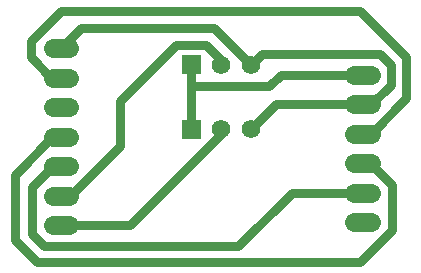
<source format=gtl>
G04 Layer: TopLayer*
G04 EasyEDA v6.4.31, 2022-02-18 10:26:20*
G04 Gerber Generator version 0.2*
G04 Scale: 100 percent, Rotated: No, Reflected: No *
G04 Dimensions in millimeters *
G04 leading zeros omitted , absolute positions ,4 integer and 5 decimal *
%FSLAX45Y45*%
%MOMM*%

%ADD11C,0.8000*%
%ADD12C,1.5748*%
%ADD14C,1.6000*%

%LPD*%
D11*
X3035300Y-1231188D02*
G01*
X3104794Y-1231188D01*
X3407257Y-928725D01*
X3407257Y-582701D01*
X3014725Y-190169D01*
X486282Y-190169D01*
X229488Y-446963D01*
X229488Y-583844D01*
X403656Y-758012D01*
X482600Y-758012D01*
X1841500Y-1193800D02*
G01*
X1841500Y-1233195D01*
X1066698Y-2007996D01*
X482600Y-2007996D01*
X1841500Y-647700D02*
G01*
X1841500Y-605434D01*
X1714830Y-478764D01*
X1455597Y-478764D01*
X982802Y-951560D01*
X982802Y-1336649D01*
X561441Y-1758010D01*
X482600Y-1758010D01*
X2095500Y-1193800D02*
G01*
X2308097Y-981202D01*
X3035300Y-981202D01*
X3035300Y-981202D02*
G01*
X3110458Y-981202D01*
X3275584Y-816076D01*
X3275584Y-645896D01*
X3185337Y-555650D01*
X2187549Y-555650D01*
X2095500Y-647700D01*
X482600Y-508000D02*
G01*
X657047Y-333552D01*
X1781352Y-333552D01*
X2095500Y-647700D01*
X1587500Y-825957D02*
G01*
X2249474Y-825957D01*
X2344242Y-731189D01*
X3035300Y-731189D01*
X1587500Y-1193800D02*
G01*
X1587500Y-825957D01*
X1587500Y-825957D02*
G01*
X1587500Y-647700D01*
X482600Y-1258011D02*
G01*
X412064Y-1258011D01*
X92735Y-1577339D01*
X92735Y-2131085D01*
X277317Y-2315667D01*
X3013633Y-2315667D01*
X3285286Y-2044014D01*
X3285286Y-1663090D01*
X3103397Y-1481201D01*
X3035300Y-1481201D01*
X482600Y-1507997D02*
G01*
X415036Y-1507997D01*
X236753Y-1686280D01*
X236753Y-2081834D01*
X340385Y-2185466D01*
X1981911Y-2185466D01*
X2436190Y-1731187D01*
X3035300Y-1731187D01*
D12*
G01*
X2095500Y-647700D03*
G01*
X1841500Y-647700D03*
G36*
X1508760Y-568960D02*
G01*
X1666239Y-568960D01*
X1666239Y-726439D01*
X1508760Y-726439D01*
G37*
G01*
X2095500Y-1193800D03*
G01*
X1841500Y-1193800D03*
G36*
X1508760Y-1115060D02*
G01*
X1666239Y-1115060D01*
X1666239Y-1272539D01*
X1508760Y-1272539D01*
G37*
D14*
X2965300Y-1981200D02*
G01*
X3105299Y-1981200D01*
X2965300Y-1731187D02*
G01*
X3105299Y-1731187D01*
X2965300Y-1481201D02*
G01*
X3105299Y-1481201D01*
X2965300Y-1231188D02*
G01*
X3105299Y-1231188D01*
X2965300Y-981202D02*
G01*
X3105299Y-981202D01*
X2965300Y-731189D02*
G01*
X3105299Y-731189D01*
X552599Y-508000D02*
G01*
X412600Y-508000D01*
X552599Y-758012D02*
G01*
X412600Y-758012D01*
X552599Y-1007998D02*
G01*
X412600Y-1007998D01*
X552599Y-1258011D02*
G01*
X412600Y-1258011D01*
X552599Y-1507997D02*
G01*
X412600Y-1507997D01*
X552599Y-1758010D02*
G01*
X412600Y-1758010D01*
X552599Y-2007996D02*
G01*
X412600Y-2007996D01*
M02*

</source>
